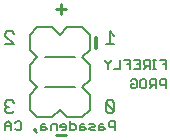
<source format=gbo>
G75*
%MOIN*%
%OFA0B0*%
%FSLAX24Y24*%
%IPPOS*%
%LPD*%
%AMOC8*
5,1,8,0,0,1.08239X$1,22.5*
%
%ADD10C,0.0080*%
%ADD11C,0.0120*%
%ADD12C,0.0090*%
%ADD13C,0.0050*%
D10*
X002500Y002800D02*
X002640Y002800D01*
X002710Y002870D01*
X002570Y003010D02*
X002500Y003010D01*
X002430Y002940D01*
X002430Y002870D01*
X002500Y002800D01*
X002500Y003010D02*
X002430Y003080D01*
X002430Y003150D01*
X002500Y003220D01*
X002640Y003220D01*
X002710Y003150D01*
X003250Y002910D02*
X003500Y002660D01*
X004000Y002660D01*
X004250Y002910D01*
X004500Y002660D01*
X005000Y002660D01*
X005250Y002910D01*
X005250Y003410D01*
X005000Y003660D01*
X005250Y003910D01*
X005250Y004410D01*
X005000Y004660D01*
X005250Y004910D01*
X005250Y005410D01*
X005000Y005660D01*
X004500Y005660D01*
X004250Y005410D01*
X004000Y005660D01*
X003500Y005660D01*
X003250Y005410D01*
X003250Y004910D01*
X003500Y004660D01*
X003250Y004410D01*
X003250Y003910D01*
X003500Y003660D01*
X003250Y003410D01*
X003250Y002910D01*
X003750Y003660D02*
X004750Y003660D01*
X005780Y003150D02*
X005780Y002870D01*
X005850Y002800D01*
X005990Y002800D01*
X006060Y002870D01*
X005780Y003150D01*
X005850Y003220D01*
X005990Y003220D01*
X006060Y003150D01*
X006060Y002870D01*
X004750Y004660D02*
X003750Y004660D01*
X002710Y005100D02*
X002430Y005380D01*
X002430Y005450D01*
X002500Y005520D01*
X002640Y005520D01*
X002710Y005450D01*
X002710Y005100D02*
X002430Y005100D01*
X005780Y005100D02*
X006060Y005100D01*
X005920Y005100D02*
X005920Y005520D01*
X006060Y005380D01*
D11*
X005450Y005310D02*
X005450Y004960D01*
D12*
X004285Y006090D02*
X004285Y006430D01*
X004455Y006260D02*
X004115Y006260D01*
X004115Y002060D02*
X004455Y002060D01*
D13*
X002437Y002235D02*
X002437Y002435D01*
X002537Y002535D01*
X002637Y002435D01*
X002637Y002235D01*
X002760Y002285D02*
X002810Y002235D01*
X002910Y002235D01*
X002960Y002285D01*
X002960Y002485D01*
X002910Y002535D01*
X002810Y002535D01*
X002760Y002485D01*
X002637Y002385D02*
X002437Y002385D01*
X003397Y002285D02*
X003397Y002235D01*
X003447Y002235D01*
X003447Y002285D01*
X003397Y002285D01*
X003397Y002235D02*
X003497Y002135D01*
X003619Y002235D02*
X003769Y002235D01*
X003819Y002285D01*
X003769Y002335D01*
X003619Y002335D01*
X003619Y002385D02*
X003619Y002235D01*
X003619Y002385D02*
X003669Y002435D01*
X003769Y002435D01*
X003941Y002385D02*
X003941Y002235D01*
X003941Y002385D02*
X003991Y002435D01*
X004141Y002435D01*
X004141Y002235D01*
X004263Y002335D02*
X004464Y002335D01*
X004464Y002285D02*
X004464Y002385D01*
X004414Y002435D01*
X004313Y002435D01*
X004263Y002385D01*
X004263Y002335D01*
X004313Y002235D02*
X004414Y002235D01*
X004464Y002285D01*
X004586Y002235D02*
X004736Y002235D01*
X004786Y002285D01*
X004786Y002385D01*
X004736Y002435D01*
X004586Y002435D01*
X004586Y002535D02*
X004586Y002235D01*
X004908Y002235D02*
X005058Y002235D01*
X005108Y002285D01*
X005058Y002335D01*
X004908Y002335D01*
X004908Y002385D02*
X004908Y002235D01*
X004908Y002385D02*
X004958Y002435D01*
X005058Y002435D01*
X005230Y002435D02*
X005380Y002435D01*
X005430Y002385D01*
X005380Y002335D01*
X005280Y002335D01*
X005230Y002285D01*
X005280Y002235D01*
X005430Y002235D01*
X005553Y002235D02*
X005553Y002385D01*
X005603Y002435D01*
X005703Y002435D01*
X005703Y002335D02*
X005553Y002335D01*
X005703Y002335D02*
X005753Y002285D01*
X005703Y002235D01*
X005553Y002235D01*
X005875Y002385D02*
X005875Y002485D01*
X005925Y002535D01*
X006075Y002535D01*
X006075Y002235D01*
X006075Y002335D02*
X005925Y002335D01*
X005875Y002385D01*
X006658Y003635D02*
X006608Y003685D01*
X006608Y003785D01*
X006708Y003785D01*
X006608Y003885D02*
X006658Y003935D01*
X006758Y003935D01*
X006808Y003885D01*
X006808Y003685D01*
X006758Y003635D01*
X006658Y003635D01*
X006930Y003685D02*
X006930Y003885D01*
X006980Y003935D01*
X007080Y003935D01*
X007130Y003885D01*
X007130Y003685D01*
X007080Y003635D01*
X006980Y003635D01*
X006930Y003685D01*
X007253Y003635D02*
X007353Y003735D01*
X007303Y003735D02*
X007253Y003785D01*
X007253Y003885D01*
X007303Y003935D01*
X007453Y003935D01*
X007453Y003635D01*
X007453Y003735D02*
X007303Y003735D01*
X007575Y003785D02*
X007625Y003735D01*
X007775Y003735D01*
X007775Y003635D02*
X007775Y003935D01*
X007625Y003935D01*
X007575Y003885D01*
X007575Y003785D01*
X007453Y004285D02*
X007353Y004285D01*
X007403Y004285D02*
X007403Y004585D01*
X007453Y004585D02*
X007353Y004585D01*
X007238Y004585D02*
X007088Y004585D01*
X007038Y004535D01*
X007038Y004435D01*
X007088Y004385D01*
X007238Y004385D01*
X007238Y004285D02*
X007238Y004585D01*
X007138Y004385D02*
X007038Y004285D01*
X006916Y004285D02*
X006715Y004285D01*
X006593Y004285D02*
X006593Y004585D01*
X006393Y004585D01*
X006271Y004585D02*
X006271Y004285D01*
X006071Y004285D01*
X005849Y004285D02*
X005849Y004435D01*
X005749Y004535D01*
X005749Y004585D01*
X005849Y004435D02*
X005949Y004535D01*
X005949Y004585D01*
X006493Y004435D02*
X006593Y004435D01*
X006715Y004585D02*
X006916Y004585D01*
X006916Y004285D01*
X006916Y004435D02*
X006816Y004435D01*
X007575Y004585D02*
X007775Y004585D01*
X007775Y004285D01*
X007775Y004435D02*
X007675Y004435D01*
M02*

</source>
